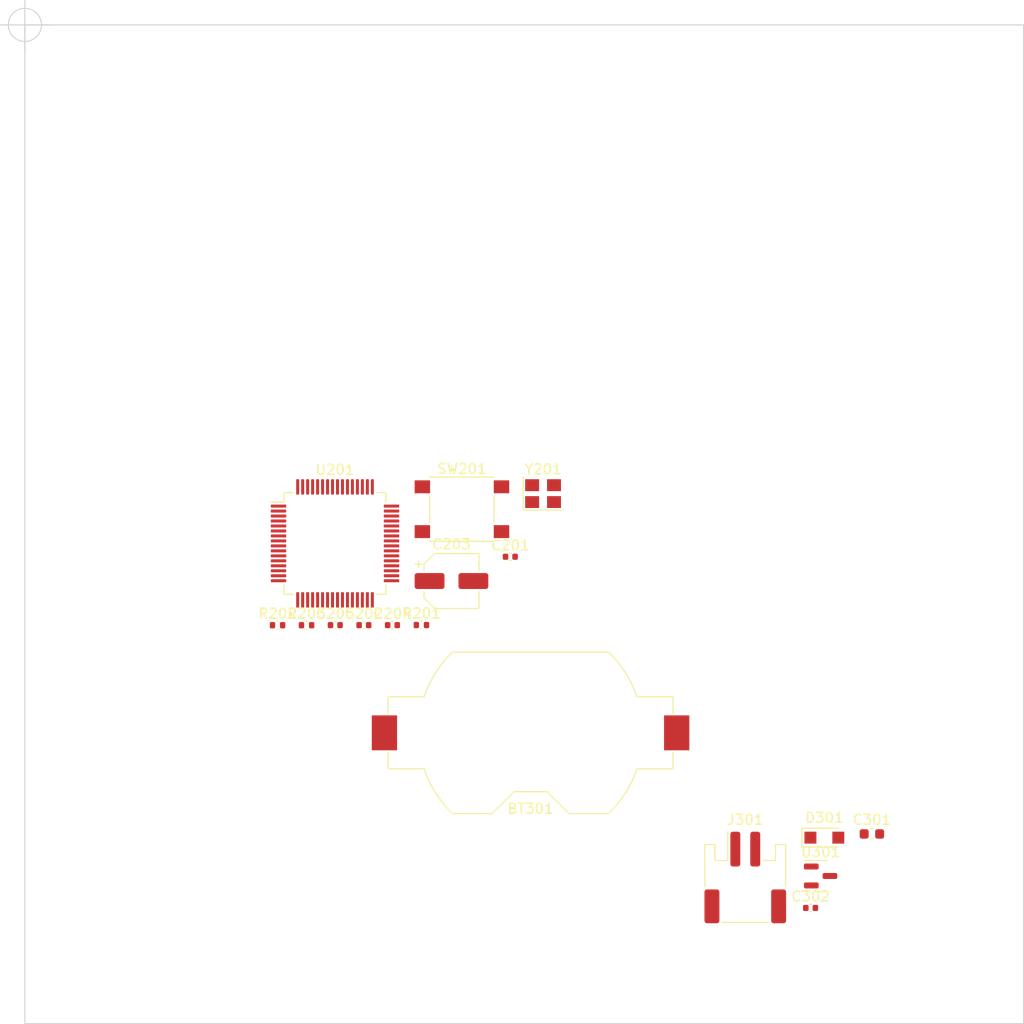
<source format=kicad_pcb>
(kicad_pcb (version 20211014) (generator pcbnew)
  (layers (0 "F.Cu" signal) (31 "B.Cu" signal) (34 "B.Paste" user) (35 "F.Paste" user) (36 "B.SilkS" user "B.Silkscreen") (37 "F.SilkS" user "F.Silkscreen") (38 "B.Mask" user) (39 "F.Mask" user) (44 "Edge.Cuts" user))
  (net 0 "")
  (net 1 "GND")
  (net 2 "VBATT")
  (net 3 "Net-(C201-Pad1)")
  (net 4 "Net-(C202-Pad1)")
  (net 5 "Net-(C204-Pad1)")
  (net 6 "Net-(C205-Pad1)")
  (net 7 "Net-(R201-Pad1)")
  (net 8 "Net-(R202-Pad1)")
  (net 58 "/mcu/Signal1")
  (net 59 "/mcu/BATT_Backup")
  (net 60 "/power/+VBATT")
  (net 61 "/power/VCC_3V")
  (net 62 "/mcu/VCC_2V8")
  (footprint "Capacitor_SMD:C_0402_1005Metric" (layer "F.Cu") (at 113.125 111.1)
    (fp_text reference "C204" (at 0 -1.16) (layer "F.SilkS"))
    (fp_text value "10pF")
    (fp_line (start -0.107836 0.36) (end 0.107836 0.36) (layer "F.SilkS") (width 0.12))
    (fp_line (start -0.107836 -0.36) (end 0.107836 -0.36) (layer "F.SilkS") (width 0.12))
    (pad "1" smd roundrect (at -0.48 0) (size 0.56 0.62) (layers "F.Cu" "F.Paste" "F.Mask") (net 5 "Net-(C204-Pad1)"))
    (pad "2" smd roundrect (at 0.48 0) (size 0.56 0.62) (layers "F.Cu" "F.Paste" "F.Mask") (net 1 "GND"))
  )
  (footprint "Crystal:Crystal_SMD_3225-4Pin_3.2x2.5mm" (layer "F.Cu") (at 128.255 97.89)
    (fp_text reference "Y201" (at 0 -2.45) (layer "F.SilkS"))
    (fp_text value "32.768K")
    (fp_line (start -2 1.65) (end 2 1.65) (layer "F.SilkS") (width 0.12))
    (fp_line (start -2 -1.65) (end -2 1.65) (layer "F.SilkS") (width 0.12))
    (pad "1" smd rect (at -1.1 0.85) (size 1.4 1.2) (layers "F.Cu" "F.Paste" "F.Mask") (net 3 "Net-(C201-Pad1)"))
    (pad "2" smd rect (at 1.1 0.85) (size 1.4 1.2) (layers "F.Cu" "F.Paste" "F.Mask") (net 4 "Net-(C202-Pad1)"))
    (pad "3" smd rect (at 1.1 -0.85) (size 1.4 1.2) (layers "F.Cu" "F.Paste" "F.Mask"))
    (pad "4" smd rect (at -1.1 -0.85) (size 1.4 1.2) (layers "F.Cu" "F.Paste" "F.Mask"))
  )
  (footprint "Connector_JST:JST_PH_S2B-PH-SM4-TB_1x02-1MP_P2.00mm_Horizontal" (layer "F.Cu") (at 148.57 136.45)
    (fp_text reference "J301" (at 0 -5.8) (layer "F.SilkS"))
    (fp_text value "Conn_01x02")
    (fp_line (start 4.06 -3.31) (end 3.04 -3.31) (layer "F.SilkS") (width 0.12))
    (fp_line (start -4.06 0.94) (end -4.06 -3.31) (layer "F.SilkS") (width 0.12))
    (fp_line (start -2.34 4.51) (end 2.34 4.51) (layer "F.SilkS") (width 0.12))
    (fp_line (start -4.06 -3.31) (end -3.04 -3.31) (layer "F.SilkS") (width 0.12))
    (fp_line (start -1.76 -1.71) (end -1.76 -4.6) (layer "F.SilkS") (width 0.12))
    (fp_line (start 4.06 0.94) (end 4.06 -3.31) (layer "F.SilkS") (width 0.12))
    (fp_line (start 3.04 -3.31) (end 3.04 -1.71) (layer "F.SilkS") (width 0.12))
    (fp_line (start -3.04 -3.31) (end -3.04 -1.71) (layer "F.SilkS") (width 0.12))
    (fp_line (start 3.04 -1.71) (end 1.76 -1.71) (layer "F.SilkS") (width 0.12))
    (fp_line (start -3.04 -1.71) (end -1.76 -1.71) (layer "F.SilkS") (width 0.12))
    (pad "1" smd roundrect (at -1 -2.85) (size 1 3.5) (layers "F.Cu" "F.Paste" "F.Mask") (net 60 "/power/+VBATT"))
    (pad "2" smd roundrect (at 1 -2.85) (size 1 3.5) (layers "F.Cu" "F.Paste" "F.Mask") (net 1 "GND"))
    (pad "MP" smd roundrect (at 3.35 2.9) (size 1.5 3.4) (layers "F.Cu" "F.Paste" "F.Mask") (roundrect_rratio 0.166667))
    (pad "MP" smd roundrect (at -3.35 2.9) (size 1.5 3.4) (layers "F.Cu" "F.Paste" "F.Mask") (roundrect_rratio 0.166667))
  )
  (footprint "Resistor_SMD:R_0402_1005Metric" (layer "F.Cu") (at 101.585 111.11)
    (fp_text reference "R202" (at 0 -1.17) (layer "F.SilkS"))
    (fp_text value "0Ohm")
    (fp_line (start -0.153641 0.38) (end 0.153641 0.38) (layer "F.SilkS") (width 0.12))
    (fp_line (start -0.153641 -0.38) (end 0.153641 -0.38) (layer "F.SilkS") (width 0.12))
    (pad "1" smd roundrect (at -0.51 0) (size 0.54 0.64) (layers "F.Cu" "F.Paste" "F.Mask") (net 8 "Net-(R202-Pad1)"))
    (pad "2" smd roundrect (at 0.51 0) (size 0.54 0.64) (layers "F.Cu" "F.Paste" "F.Mask") (net 4 "Net-(C202-Pad1)"))
  )
  (footprint "Capacitor_SMD:C_0402_1005Metric" (layer "F.Cu") (at 124.965 104.23)
    (fp_text reference "C201" (at 0 -1.16) (layer "F.SilkS"))
    (fp_text value "6p8")
    (fp_line (start -0.107836 0.36) (end 0.107836 0.36) (layer "F.SilkS") (width 0.12))
    (fp_line (start -0.107836 -0.36) (end 0.107836 -0.36) (layer "F.SilkS") (width 0.12))
    (pad "1" smd roundrect (at -0.48 0) (size 0.56 0.62) (layers "F.Cu" "F.Paste" "F.Mask") (net 3 "Net-(C201-Pad1)"))
    (pad "2" smd roundrect (at 0.48 0) (size 0.56 0.62) (layers "F.Cu" "F.Paste" "F.Mask") (net 1 "GND"))
  )
  (footprint "Package_TO_SOT_SMD:SOT-23" (layer "F.Cu") (at 156.14 136.3)
    (fp_text reference "U301" (at 0 -2.4) (layer "F.SilkS"))
    (fp_text value "MCP1700-1202E_SOT23")
    (fp_line (start 0 1.56) (end -0.65 1.56) (layer "F.SilkS") (width 0.12))
    (fp_line (start 0 1.56) (end 0.65 1.56) (layer "F.SilkS") (width 0.12))
    (fp_line (start 0 -1.56) (end -1.675 -1.56) (layer "F.SilkS") (width 0.12))
    (fp_line (start 0 -1.56) (end 0.65 -1.56) (layer "F.SilkS") (width 0.12))
    (pad "1" smd roundrect (at -0.9375 -0.95) (size 1.475 0.6) (layers "F.Cu" "F.Paste" "F.Mask") (net 1 "GND"))
    (pad "2" smd roundrect (at -0.9375 0.95) (size 1.475 0.6) (layers "F.Cu" "F.Paste" "F.Mask") (net 61 "/power/VCC_3V"))
    (pad "3" smd roundrect (at 0.9375 0) (size 1.475 0.6) (layers "F.Cu" "F.Paste" "F.Mask") (net 60 "/power/+VBATT"))
  )
  (footprint "Diode_SMD:Nexperia_CFP3_SOD-123W" (layer "F.Cu") (at 156.515 132.45)
    (fp_text reference "D301" (at 0 -2) (layer "F.SilkS"))
    (fp_text value "PMEG6020AELR")
    (fp_line (start -2.26 0.95) (end 1.4 0.95) (layer "F.SilkS") (width 0.12))
    (fp_line (start -2.26 -0.95) (end 1.4 -0.95) (layer "F.SilkS") (width 0.12))
    (fp_line (start -2.26 -0.95) (end -2.26 0.95) (layer "F.SilkS") (width 0.12))
    (pad "1" smd rect (at -1.4 0) (size 1.2 1.2) (layers "F.Cu" "F.Paste" "F.Mask") (net 60 "/power/+VBATT"))
    (pad "2" smd rect (at 1.4 0) (size 1.2 1.2) (layers "F.Cu" "F.Paste" "F.Mask") (net 1 "GND"))
  )
  (footprint "Capacitor_SMD:C_0402_1005Metric" (layer "F.Cu") (at 155.13 139.51)
    (fp_text reference "C302" (at 0 -1.16) (layer "F.SilkS"))
    (fp_text value "1uF")
    (fp_line (start -0.107836 -0.36) (end 0.107836 -0.36) (layer "F.SilkS") (width 0.12))
    (fp_line (start -0.107836 0.36) (end 0.107836 0.36) (layer "F.SilkS") (width 0.12))
    (pad "1" smd roundrect (at -0.48 0) (size 0.56 0.62) (layers "F.Cu" "F.Paste" "F.Mask") (net 61 "/power/VCC_3V"))
    (pad "2" smd roundrect (at 0.48 0) (size 0.56 0.62) (layers "F.Cu" "F.Paste" "F.Mask") (net 1 "GND"))
  )
  (footprint "Capacitor_SMD:C_0603_1608Metric" (layer "F.Cu") (at 161.29 132.08)
    (fp_text reference "C301" (at 0 -1.43) (layer "F.SilkS"))
    (fp_text value "1uF")
    (fp_line (start -0.14058 -0.51) (end 0.14058 -0.51) (layer "F.SilkS") (width 0.12))
    (fp_line (start -0.14058 0.51) (end 0.14058 0.51) (layer "F.SilkS") (width 0.12))
    (pad "1" smd roundrect (at -0.775 0) (size 0.9 0.95) (layers "F.Cu" "F.Paste" "F.Mask") (net 60 "/power/+VBATT"))
    (pad "2" smd roundrect (at 0.775 0) (size 0.9 0.95) (layers "F.Cu" "F.Paste" "F.Mask") (net 1 "GND"))
  )
  (footprint "Package_QFP:LQFP-64_10x10mm_P0.5mm" (layer "F.Cu") (at 107.355 102.89)
    (fp_text reference "U201" (at 0 -7.4) (layer "F.SilkS"))
    (fp_text value "STM32L431RCTx")
    (fp_line (start 5.11 -5.11) (end 5.11 -4.16) (layer "F.SilkS") (width 0.12))
    (fp_line (start -4.16 -5.11) (end -5.11 -5.11) (layer "F.SilkS") (width 0.12))
    (fp_line (start 5.11 5.11) (end 5.11 4.16) (layer "F.SilkS") (width 0.12))
    (fp_line (start -4.16 5.11) (end -5.11 5.11) (layer "F.SilkS") (width 0.12))
    (fp_line (start -5.11 -5.11) (end -5.11 -4.16) (layer "F.SilkS") (width 0.12))
    (fp_line (start -5.11 -4.16) (end -6.45 -4.16) (layer "F.SilkS") (width 0.12))
    (fp_line (start 4.16 5.11) (end 5.11 5.11) (layer "F.SilkS") (width 0.12))
    (fp_line (start -5.11 5.11) (end -5.11 4.16) (layer "F.SilkS") (width 0.12))
    (fp_line (start 4.16 -5.11) (end 5.11 -5.11) (layer "F.SilkS") (width 0.12))
    (pad "1" smd roundrect (at -5.675 -3.75) (size 1.55 0.3) (layers "F.Cu" "F.Paste" "F.Mask") (net 59 "/mcu/BATT_Backup"))
    (pad "2" smd roundrect (at -5.675 -3.25) (size 1.55 0.3) (layers "F.Cu" "F.Paste" "F.Mask"))
    (pad "3" smd roundrect (at -5.675 -2.75) (size 1.55 0.3) (layers "F.Cu" "F.Paste" "F.Mask") (net 7 "Net-(R201-Pad1)"))
    (pad "4" smd roundrect (at -5.675 -2.25) (size 1.55 0.3) (layers "F.Cu" "F.Paste" "F.Mask") (net 8 "Net-(R202-Pad1)"))
    (pad "5" smd roundrect (at -5.675 -1.75) (size 1.55 0.3) (layers "F.Cu" "F.Paste" "F.Mask") (net 58 "/mcu/Signal1"))
    (pad "6" smd roundrect (at -5.675 -1.25) (size 1.55 0.3) (layers "F.Cu" "F.Paste" "F.Mask"))
    (pad "7" smd roundrect (at -5.675 -0.75) (size 1.55 0.3) (layers "F.Cu" "F.Paste" "F.Mask") (net 6 "Net-(C205-Pad1)"))
    (pad "8" smd roundrect (at -5.675 -0.25) (size 1.55 0.3) (layers "F.Cu" "F.Paste" "F.Mask"))
    (pad "9" smd roundrect (at -5.675 0.25) (size 1.55 0.3) (layers "F.Cu" "F.Paste" "F.Mask"))
    (pad "10" smd roundrect (at -5.675 0.75) (size 1.55 0.3) (layers "F.Cu" "F.Paste" "F.Mask"))
    (pad "11" smd roundrect (at -5.675 1.25) (size 1.55 0.3) (layers "F.Cu" "F.Paste" "F.Mask"))
    (pad "12" smd roundrect (at -5.675 1.75) (size 1.55 0.3) (layers "F.Cu" "F.Paste" "F.Mask") (net 1 "GND"))
    (pad "13" smd roundrect (at -5.675 2.25) (size 1.55 0.3) (layers "F.Cu" "F.Paste" "F.Mask") (net 62 "/mcu/VCC_2V8"))
    (pad "14" smd roundrect (at -5.675 2.75) (size 1.55 0.3) (layers "F.Cu" "F.Paste" "F.Mask"))
    (pad "15" smd roundrect (at -5.675 3.25) (size 1.55 0.3) (layers "F.Cu" "F.Paste" "F.Mask"))
    (pad "16" smd roundrect (at -5.675 3.75) (size 1.55 0.3) (layers "F.Cu" "F.Paste" "F.Mask"))
    (pad "17" smd roundrect (at -3.75 5.675) (size 0.3 1.55) (layers "F.Cu" "F.Paste" "F.Mask"))
    (pad "18" smd roundrect (at -3.25 5.675) (size 0.3 1.55) (layers "F.Cu" "F.Paste" "F.Mask") (net 1 "GND"))
    (pad "19" smd roundrect (at -2.75 5.675) (size 0.3 1.55) (layers "F.Cu" "F.Paste" "F.Mask") (net 62 "/mcu/VCC_2V8"))
    (pad "20" smd roundrect (at -2.25 5.675) (size 0.3 1.55) (layers "F.Cu" "F.Paste" "F.Mask"))
    (pad "21" smd roundrect (at -1.75 5.675) (size 0.3 1.55) (layers "F.Cu" "F.Paste" "F.Mask"))
    (pad "22" smd roundrect (at -1.25 5.675) (size 0.3 1.55) (layers "F.Cu" "F.Paste" "F.Mask"))
    (pad "23" smd roundrect (at -0.75 5.675) (size 0.3 1.55) (layers "F.Cu" "F.Paste" "F.Mask"))
    (pad "24" smd roundrect (at -0.25 5.675) (size 0.3 1.55) (layers "F.Cu" "F.Paste" "F.Mask"))
    (pad "25" smd roundrect (at 0.25 5.675) (size 0.3 1.55) (layers "F.Cu" "F.Paste" "F.Mask"))
    (pad "26" smd roundrect (at 0.75 5.675) (size 0.3 1.55) (layers "F.Cu" "F.Paste" "F.Mask"))
    (pad "27" smd roundrect (at 1.25 5.675) (size 0.3 1.55) (layers "F.Cu" "F.Paste" "F.Mask"))
    (pad "28" smd roundrect (at 1.75 5.675) (size 0.3 1.55) (layers "F.Cu" "F.Paste" "F.Mask"))
    (pad "29" smd roundrect (at 2.25 5.675) (size 0.3 1.55) (layers "F.Cu" "F.Paste" "F.Mask"))
    (pad "30" smd roundrect (at 2.75 5.675) (size 0.3 1.55) (layers "F.Cu" "F.Paste" "F.Mask"))
    (pad "31" smd roundrect (at 3.25 5.675) (size 0.3 1.55) (layers "F.Cu" "F.Paste" "F.Mask") (net 1 "GND"))
    (pad "32" smd roundrect (at 3.75 5.675) (size 0.3 1.55) (layers "F.Cu" "F.Paste" "F.Mask") (net 62 "/mcu/VCC_2V8"))
    (pad "33" smd roundrect (at 5.675 3.75) (size 1.55 0.3) (layers "F.Cu" "F.Paste" "F.Mask"))
    (pad "34" smd roundrect (at 5.675 3.25) (size 1.55 0.3) (layers "F.Cu" "F.Paste" "F.Mask"))
    (pad "35" smd roundrect (at 5.675 2.75) (size 1.55 0.3) (layers "F.Cu" "F.Paste" "F.Mask"))
    (pad "36" smd roundrect (at 5.675 2.25) (size 1.55 0.3) (layers "F.Cu" "F.Paste" "F.Mask"))
    (pad "37" smd roundrect (at 5.675 1.75) (size 1.55 0.3) (layers "F.Cu" "F.Paste" "F.Mask"))
    (pad "38" smd roundrect (at 5.675 1.25) (size 1.55 0.3) (layers "F.Cu" "F.Paste" "F.Mask"))
    (pad "39" smd roundrect (at 5.675 0.75) (size 1.55 0.3) (layers "F.Cu" "F.Paste" "F.Mask"))
    (pad "40" smd roundrect (at 5.675 0.25) (size 1.55 0.3) (layers "F.Cu" "F.Paste" "F.Mask"))
    (pad "41" smd roundrect (at 5.675 -0.25) (size 1.55 0.3) (layers "F.Cu" "F.Paste" "F.Mask"))
    (pad "42" smd roundrect (at 5.675 -0.75) (size 1.55 0.3) (layers "F.Cu" "F.Paste" "F.Mask"))
    (pad "43" smd roundrect (at 5.675 -1.25) (size 1.55 0.3) (layers "F.Cu" "F.Paste" "F.Mask"))
    (pad "44" smd roundrect (at 5.675 -1.75) (size 1.55 0.3) (layers "F.Cu" "F.Paste" "F.Mask"))
    (pad "45" smd roundrect (at 5.675 -2.25) (size 1.55 0.3) (layers "F.Cu" "F.Paste" "F.Mask"))
    (pad "46" smd roundrect (at 5.675 -2.75) (size 1.55 0.3) (layers "F.Cu" "F.Paste" "F.Mask"))
    (pad "47" smd roundrect (at 5.675 -3.25) (size 1.55 0.3) (layers "F.Cu" "F.Paste" "F.Mask") (net 1 "GND"))
    (pad "48" smd roundrect (at 5.675 -3.75) (size 1.55 0.3) (layers "F.Cu" "F.Paste" "F.Mask") (net 62 "/mcu/VCC_2V8"))
    (pad "49" smd roundrect (at 3.75 -5.675) (size 0.3 1.55) (layers "F.Cu" "F.Paste" "F.Mask"))
    (pad "50" smd roundrect (at 3.25 -5.675) (size 0.3 1.55) (layers "F.Cu" "F.Paste" "F.Mask"))
    (pad "51" smd roundrect (at 2.75 -5.675) (size 0.3 1.55) (layers "F.Cu" "F.Paste" "F.Mask"))
    (pad "52" smd roundrect (at 2.25 -5.675) (size 0.3 1.55) (layers "F.Cu" "F.Paste" "F.Mask"))
    (pad "53" smd roundrect (at 1.75 -5.675) (size 0.3 1.55) (layers "F.Cu" "F.Paste" "F.Mask"))
    (pad "54" smd roundrect (at 1.25 -5.675) (size 0.3 1.55) (layers "F.Cu" "F.Paste" "F.Mask"))
    (pad "55" smd roundrect (at 0.75 -5.675) (size 0.3 1.55) (layers "F.Cu" "F.Paste" "F.Mask"))
    (pad "56" smd roundrect (at 0.25 -5.675) (size 0.3 1.55) (layers "F.Cu" "F.Paste" "F.Mask"))
    (pad "57" smd roundrect (at -0.25 -5.675) (size 0.3 1.55) (layers "F.Cu" "F.Paste" "F.Mask"))
    (pad "58" smd roundrect (at -0.75 -5.675) (size 0.3 1.55) (layers "F.Cu" "F.Paste" "F.Mask"))
    (pad "59" smd roundrect (at -1.25 -5.675) (size 0.3 1.55) (layers "F.Cu" "F.Paste" "F.Mask"))
    (pad "60" smd roundrect (at -1.75 -5.675) (size 0.3 1.55) (layers "F.Cu" "F.Paste" "F.Mask"))
    (pad "61" smd roundrect (at -2.25 -5.675) (size 0.3 1.55) (layers "F.Cu" "F.Paste" "F.Mask"))
    (pad "62" smd roundrect (at -2.75 -5.675) (size 0.3 1.55) (layers "F.Cu" "F.Paste" "F.Mask"))
    (pad "63" smd roundrect (at -3.25 -5.675) (size 0.3 1.55) (layers "F.Cu" "F.Paste" "F.Mask") (net 1 "GND"))
    (pad "64" smd roundrect (at -3.75 -5.675) (size 0.3 1.55) (layers "F.Cu" "F.Paste" "F.Mask") (net 62 "/mcu/VCC_2V8"))
  )
  (footprint "Capacitor_SMD:C_0402_1005Metric" (layer "F.Cu") (at 110.255 111.1)
    (fp_text reference "C202" (at 0 -1.16) (layer "F.SilkS"))
    (fp_text value "6p8")
    (fp_line (start -0.107836 -0.36) (end 0.107836 -0.36) (layer "F.SilkS") (width 0.12))
    (fp_line (start -0.107836 0.36) (end 0.107836 0.36) (layer "F.SilkS") (width 0.12))
    (pad "1" smd roundrect (at -0.48 0) (size 0.56 0.62) (layers "F.Cu" "F.Paste" "F.Mask") (net 4 "Net-(C202-Pad1)"))
    (pad "2" smd roundrect (at 0.48 0) (size 0.56 0.62) (layers "F.Cu" "F.Paste" "F.Mask") (net 1 "GND"))
  )
  (footprint "Resistor_SMD:R_0402_1005Metric" (layer "F.Cu") (at 116.035 111.09)
    (fp_text reference "R201" (at 0 -1.17) (layer "F.SilkS"))
    (fp_text value "0Ohm")
    (fp_line (start -0.153641 0.38) (end 0.153641 0.38) (layer "F.SilkS") (width 0.12))
    (fp_line (start -0.153641 -0.38) (end 0.153641 -0.38) (layer "F.SilkS") (width 0.12))
    (pad "1" smd roundrect (at -0.51 0) (size 0.54 0.64) (layers "F.Cu" "F.Paste" "F.Mask") (net 7 "Net-(R201-Pad1)"))
    (pad "2" smd roundrect (at 0.51 0) (size 0.54 0.64) (layers "F.Cu" "F.Paste" "F.Mask") (net 3 "Net-(C201-Pad1)"))
  )
  (footprint "Battery:BatteryHolder_Keystone_1058_1x2032" (layer "F.Cu") (at 127 121.92)
    (fp_text reference "BT301" (at 0 7.62) (layer "F.SilkS"))
    (fp_text value "Battery_Cell")
    (fp_line (start -10.692 3.61) (end -14.31 3.61) (layer "F.SilkS") (width 0.12))
    (fp_line (start 10.692 -3.61) (end 14.31 -3.61) (layer "F.SilkS") (width 0.12))
    (fp_line (start -14.31 -3.61) (end -10.692 -3.61) (layer "F.SilkS") (width 0.12))
    (fp_line (start 14.31 3.61) (end 10.692 3.61) (layer "F.SilkS") (width 0.12))
    (fp_line (start 1.66 5.91) (end 3.86 8.11) (layer "F.SilkS") (width 0.12))
    (fp_line (start 7.8473 8.11) (end 3.86 8.11) (layer "F.SilkS") (width 0.12))
    (fp_line (start 14.31 -1.9) (end 14.31 -3.61) (layer "F.SilkS") (width 0.12))
    (fp_line (start -14.31 -1.9) (end -14.31 -3.61) (layer "F.SilkS") (width 0.12))
    (fp_line (start -3.86 8.11) (end -7.8473 8.11) (layer "F.SilkS") (width 0.12))
    (fp_line (start 14.31 1.9) (end 14.31 3.61) (layer "F.SilkS") (width 0.12))
    (fp_line (start -14.31 1.9) (end -14.31 3.61) (layer "F.SilkS") (width 0.12))
    (fp_line (start 1.66 5.91) (end -1.66 5.91) (layer "F.SilkS") (width 0.12))
    (fp_line (start -1.66 5.91) (end -3.86 8.11) (layer "F.SilkS") (width 0.12))
    (fp_line (start -7.8473 -8.11) (end 7.8473 -8.11) (layer "F.SilkS") (width 0.12))
    (fp_arc (start -10.692 -3.61) (mid -9.538084 -6.031244) (end -7.845371 -8.111789) (layer "F.SilkS") (width 0.12))
    (fp_arc (start -7.845371 8.111789) (mid -9.538085 6.031244) (end -10.692 3.61) (layer "F.SilkS") (width 0.12))
    (fp_arc (start 10.692 3.61) (mid 9.538084 6.031244) (end 7.845371 8.111789) (layer "F.SilkS") (width 0.12))
    (fp_arc (start 7.845371 -8.111789) (mid 9.538085 -6.031244) (end 10.692 -3.61) (layer "F.SilkS") (width 0.12))
    (pad "1" smd rect (at -14.68 0) (size 2.54 3.51) (layers "F.Cu" "F.Paste" "F.Mask") (net 59 "/mcu/BATT_Backup"))
    (pad "2" smd rect (at 14.68 0) (size 2.54 3.51) (layers "F.Cu" "F.Paste" "F.Mask") (net 1 "GND"))
  )
  (footprint "Button_Switch_SMD:SW_Push_1P1T_NO_6x6mm_H9.5mm" (layer "F.Cu") (at 120.105 99.455)
    (fp_text reference "SW201" (at 0 -4.05) (layer "F.SilkS"))
    (fp_text value "SW_Push")
    (fp_line (start 3.23 3.23) (end 3.23 3.2) (layer "F.SilkS") (width 0.12))
    (fp_line (start -3.23 3.23) (end -3.23 3.2) (layer "F.SilkS") (width 0.12))
    (fp_line (start -3.23 -1.3) (end -3.23 1.3) (layer "F.SilkS") (width 0.12))
    (fp_line (start -3.23 -3.2) (end -3.23 -3.23) (layer "F.SilkS") (width 0.12))
    (fp_line (start 3.23 -3.23) (end 3.23 -3.2) (layer "F.SilkS") (width 0.12))
    (fp_line (start -3.23 -3.23) (end 3.23 -3.23) (layer "F.SilkS") (width 0.12))
    (fp_line (start 3.23 -1.3) (end 3.23 1.3) (layer "F.SilkS") (width 0.12))
    (fp_line (start -3.23 3.23) (end 3.23 3.23) (layer "F.SilkS") (width 0.12))
    (pad "1" smd rect (at -3.975 -2.25) (size 1.55 1.3) (layers "F.Cu" "F.Paste" "F.Mask") (net 1 "GND"))
    (pad "1" smd rect (at 3.975 -2.25) (size 1.55 1.3) (layers "F.Cu" "F.Paste" "F.Mask") (net 1 "GND"))
    (pad "2" smd rect (at 3.975 2.25) (size 1.55 1.3) (layers "F.Cu" "F.Paste" "F.Mask") (net 5 "Net-(C204-Pad1)"))
    (pad "2" smd rect (at -3.975 2.25) (size 1.55 1.3) (layers "F.Cu" "F.Paste" "F.Mask") (net 5 "Net-(C204-Pad1)"))
  )
  (footprint "Capacitor_SMD:CP_Elec_5x3" (layer "F.Cu") (at 119.055 106.67)
    (fp_text reference "C203" (at 0 -3.7) (layer "F.SilkS"))
    (fp_text value "220uF")
    (fp_line (start 2.76 -2.76) (end 2.76 -1.06) (layer "F.SilkS") (width 0.12))
    (fp_line (start -2.76 -1.695563) (end -1.695563 -2.76) (layer "F.SilkS") (width 0.12))
    (fp_line (start -1.695563 -2.76) (end 2.76 -2.76) (layer "F.SilkS") (width 0.12))
    (fp_line (start -3.3125 -1.9975) (end -3.3125 -1.3725) (layer "F.SilkS") (width 0.12))
    (fp_line (start -2.76 1.695563) (end -1.695563 2.76) (layer "F.SilkS") (width 0.12))
    (fp_line (start -2.76 -1.695563) (end -2.76 -1.06) (layer "F.SilkS") (width 0.12))
    (fp_line (start -2.76 1.695563) (end -2.76 1.06) (layer "F.SilkS") (width 0.12))
    (fp_line (start -3.625 -1.685) (end -3 -1.685) (layer "F.SilkS") (width 0.12))
    (fp_line (start 2.76 2.76) (end 2.76 1.06) (layer "F.SilkS") (width 0.12))
    (fp_line (start -1.695563 2.76) (end 2.76 2.76) (layer "F.SilkS") (width 0.12))
    (pad "1" smd roundrect (at -2.2 0) (size 3 1.6) (layers "F.Cu" "F.Paste" "F.Mask") (roundrect_rratio 0.15625) (net 2 "VBATT"))
    (pad "2" smd roundrect (at 2.2 0) (size 3 1.6) (layers "F.Cu" "F.Paste" "F.Mask") (roundrect_rratio 0.15625) (net 1 "GND"))
  )
  (footprint "Capacitor_SMD:C_0402_1005Metric" (layer "F.Cu") (at 107.385 111.1)
    (fp_text reference "C205" (at 0 -1.16) (layer "F.SilkS"))
    (fp_text value "22nF")
    (fp_line (start -0.107836 -0.36) (end 0.107836 -0.36) (layer "F.SilkS") (width 0.12))
    (fp_line (start -0.107836 0.36) (end 0.107836 0.36) (layer "F.SilkS") (width 0.12))
    (pad "1" smd roundrect (at -0.48 0) (size 0.56 0.62) (layers "F.Cu" "F.Paste" "F.Mask") (net 6 "Net-(C205-Pad1)"))
    (pad "2" smd roundrect (at 0.48 0) (size 0.56 0.62) (layers "F.Cu" "F.Paste" "F.Mask") (net 1 "GND"))
  )
  (footprint "Resistor_SMD:R_0402_1005Metric" (layer "F.Cu") (at 104.495 111.11)
    (fp_text reference "R203" (at 0 -1.17) (layer "F.SilkS"))
    (fp_text value "1KOhm")
    (fp_line (start -0.153641 0.38) (end 0.153641 0.38) (layer "F.SilkS") (width 0.12))
    (fp_line (start -0.153641 -0.38) (end 0.153641 -0.38) (layer "F.SilkS") (width 0.12))
    (pad "1" smd roundrect (at -0.51 0) (size 0.54 0.64) (layers "F.Cu" "F.Paste" "F.Mask") (net 6 "Net-(C205-Pad1)"))
    (pad "2" smd roundrect (at 0.51 0) (size 0.54 0.64) (layers "F.Cu" "F.Paste" "F.Mask") (net 5 "Net-(C204-Pad1)"))
  )
  (gr_rect (start 76.2 50.8) (end 176.53 151.13) (layer "Edge.Cuts") (width 0.1) (fill none))
  (target plus (at 76.2 50.8) (size 5) (width 0.1) (layer "Edge.Cuts"))
)
</source>
